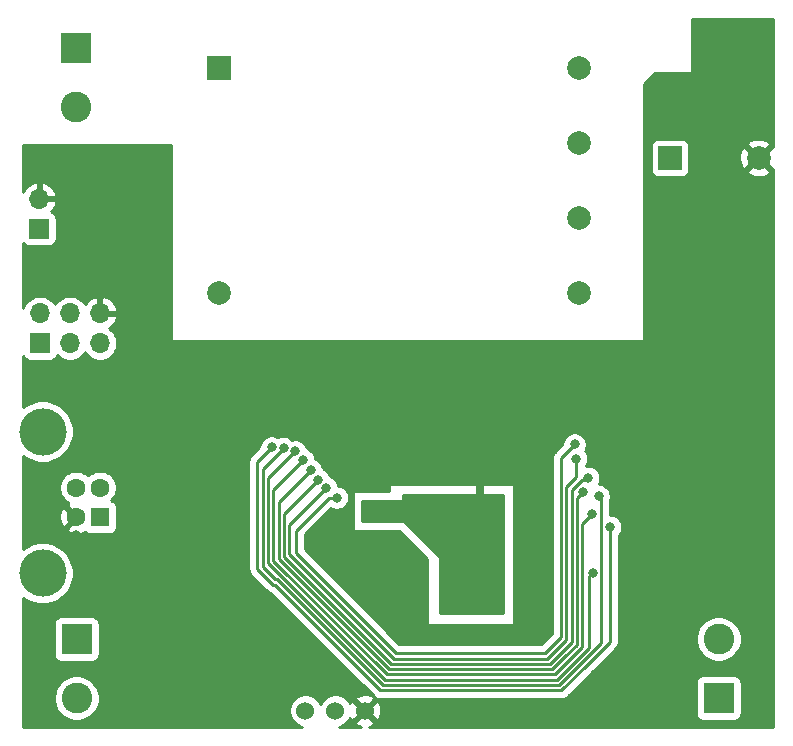
<source format=gbr>
%TF.GenerationSoftware,KiCad,Pcbnew,5.1.12-84ad8e8a86~92~ubuntu20.04.1*%
%TF.CreationDate,2021-12-14T21:30:58-06:00*%
%TF.ProjectId,Solder_Reflow_Oven_2.0,536f6c64-6572-45f5-9265-666c6f775f4f,rev?*%
%TF.SameCoordinates,Original*%
%TF.FileFunction,Copper,L2,Bot*%
%TF.FilePolarity,Positive*%
%FSLAX46Y46*%
G04 Gerber Fmt 4.6, Leading zero omitted, Abs format (unit mm)*
G04 Created by KiCad (PCBNEW 5.1.12-84ad8e8a86~92~ubuntu20.04.1) date 2021-12-14 21:30:58*
%MOMM*%
%LPD*%
G01*
G04 APERTURE LIST*
%TA.AperFunction,ComponentPad*%
%ADD10C,2.000000*%
%TD*%
%TA.AperFunction,ComponentPad*%
%ADD11R,2.000000X2.000000*%
%TD*%
%TA.AperFunction,ComponentPad*%
%ADD12C,2.600000*%
%TD*%
%TA.AperFunction,ComponentPad*%
%ADD13R,2.600000X2.600000*%
%TD*%
%TA.AperFunction,ComponentPad*%
%ADD14C,1.524000*%
%TD*%
%TA.AperFunction,ComponentPad*%
%ADD15R,1.700000X1.700000*%
%TD*%
%TA.AperFunction,ComponentPad*%
%ADD16O,1.700000X1.700000*%
%TD*%
%TA.AperFunction,ComponentPad*%
%ADD17R,1.600000X1.600000*%
%TD*%
%TA.AperFunction,ComponentPad*%
%ADD18C,1.600000*%
%TD*%
%TA.AperFunction,ComponentPad*%
%ADD19C,4.000000*%
%TD*%
%TA.AperFunction,ViaPad*%
%ADD20C,0.800000*%
%TD*%
%TA.AperFunction,Conductor*%
%ADD21C,0.250000*%
%TD*%
%TA.AperFunction,Conductor*%
%ADD22C,0.254000*%
%TD*%
%TA.AperFunction,Conductor*%
%ADD23C,0.100000*%
%TD*%
G04 APERTURE END LIST*
D10*
%TO.P,C10,2*%
%TO.N,VSS*%
X102305500Y-86042500D03*
D11*
%TO.P,C10,1*%
%TO.N,Net-(C10-Pad1)*%
X94805500Y-86042500D03*
%TD*%
D12*
%TO.P,J1,2*%
%TO.N,VDD_10*%
X98933000Y-126762500D03*
D13*
%TO.P,J1,1*%
%TO.N,Net-(J1-Pad1)*%
X98933000Y-131762500D03*
%TD*%
%TO.P,J3,1*%
%TO.N,/T-*%
X44577000Y-126784100D03*
D12*
%TO.P,J3,2*%
%TO.N,/T+*%
X44577000Y-131784100D03*
%TD*%
D13*
%TO.P,J6,1*%
%TO.N,Net-(J6-Pad1)*%
X44538900Y-76720700D03*
D12*
%TO.P,J6,2*%
%TO.N,Net-(J6-Pad2)*%
X44538900Y-81720700D03*
%TD*%
D11*
%TO.P,U6,1*%
%TO.N,Net-(J6-Pad1)*%
X56654700Y-78460600D03*
D10*
%TO.P,U6,4*%
%TO.N,Net-(J6-Pad2)*%
X56654700Y-97510600D03*
%TO.P,U6,5*%
%TO.N,Net-(U5-Pad3)*%
X87134700Y-78460600D03*
%TO.P,U6,6*%
%TO.N,Net-(U6-Pad6)*%
X87134700Y-84810600D03*
%TO.P,U6,7*%
X87134700Y-91160600D03*
%TO.P,U6,8*%
%TO.N,Net-(U5-Pad4)*%
X87134700Y-97510600D03*
%TD*%
D14*
%TO.P,U7,1*%
%TO.N,VDD_3.3*%
X63944500Y-132842000D03*
%TO.P,U7,2*%
%TO.N,Net-(D2-Pad2)*%
X66484500Y-132842000D03*
%TO.P,U7,3*%
%TO.N,VSS*%
X68961000Y-132842000D03*
%TD*%
D15*
%TO.P,J4,1*%
%TO.N,SPI1_MOSI*%
X41465500Y-101727000D03*
D16*
%TO.P,J4,2*%
%TO.N,VDD_3.3*%
X41465500Y-99187000D03*
%TO.P,J4,3*%
%TO.N,SPI1_MISO*%
X44005500Y-101727000D03*
%TO.P,J4,4*%
%TO.N,SPI_NSS*%
X44005500Y-99187000D03*
%TO.P,J4,5*%
%TO.N,SPI1_SCK*%
X46545500Y-101727000D03*
%TO.P,J4,6*%
%TO.N,VSS*%
X46545500Y-99187000D03*
%TD*%
D15*
%TO.P,J5,1*%
%TO.N,VDD_3.3*%
X41389300Y-92036900D03*
D16*
%TO.P,J5,2*%
%TO.N,VSS*%
X41389300Y-89496900D03*
%TD*%
D17*
%TO.P,J2,1*%
%TO.N,VDD_5*%
X46545500Y-116459000D03*
D18*
%TO.P,J2,2*%
%TO.N,USB_CONN-*%
X46545500Y-113959000D03*
%TO.P,J2,3*%
%TO.N,USB_CONN+*%
X44545500Y-113959000D03*
%TO.P,J2,4*%
%TO.N,VSS*%
X44545500Y-116459000D03*
D19*
%TO.P,J2,5*%
%TO.N,Net-(J2-Pad5)*%
X41685500Y-109209000D03*
X41685500Y-121209000D03*
%TD*%
D20*
%TO.N,VSS*%
X98552000Y-75184000D03*
X93599000Y-121793000D03*
X93599000Y-120713500D03*
X93218000Y-119570500D03*
X93218000Y-118173500D03*
X93281500Y-116713000D03*
X93281500Y-115316000D03*
X93408500Y-110363000D03*
X93408500Y-113665000D03*
X54546500Y-116522500D03*
X55943500Y-116522500D03*
X58356500Y-130365500D03*
X64452500Y-106553000D03*
X64452500Y-104394000D03*
X73088500Y-111887000D03*
X79883000Y-115697000D03*
X76073000Y-123507500D03*
X76644500Y-110617000D03*
X83502500Y-106045000D03*
X83502500Y-111125000D03*
X94170500Y-100901500D03*
X70421500Y-104394000D03*
X70421500Y-106489500D03*
X69659500Y-124142500D03*
X71818500Y-124142500D03*
X51752500Y-113220500D03*
X49403000Y-119380000D03*
X44513500Y-117983000D03*
X87693500Y-103124000D03*
X90360500Y-102489000D03*
X94107000Y-95821500D03*
X64401700Y-126822200D03*
X71767700Y-126085600D03*
X49364900Y-105384600D03*
X76631800Y-132689600D03*
X76301600Y-112318800D03*
%TO.N,LEDA*%
X66611500Y-114808000D03*
X86741000Y-110299500D03*
%TO.N,LEDK*%
X65722500Y-113982500D03*
X86868000Y-111506000D03*
%TO.N,DC*%
X62103000Y-110617000D03*
X88773000Y-114681000D03*
%TO.N,TE*%
X63064526Y-110891721D03*
X88265000Y-121158000D03*
%TO.N,~RES*%
X65015392Y-113275392D03*
X87883290Y-113128006D03*
%TO.N,~CS*%
X64389000Y-112458500D03*
X87407795Y-114331795D03*
%TO.N,RS*%
X63754000Y-111633000D03*
X88201500Y-116205000D03*
%TO.N,SDA*%
X61087000Y-110553500D03*
X89725500Y-117284500D03*
%TD*%
D21*
%TO.N,LEDA*%
X71592802Y-127977430D02*
X84238160Y-127977430D01*
X63119000Y-119503628D02*
X71592802Y-127977430D01*
X63119000Y-117602000D02*
X63119000Y-119503628D01*
X65913000Y-114808000D02*
X63119000Y-117602000D01*
X66611500Y-114808000D02*
X65913000Y-114808000D01*
X84238160Y-127977430D02*
X84676545Y-127539045D01*
X85575960Y-111464540D02*
X86741000Y-110299500D01*
X85575960Y-126639630D02*
X85575960Y-111464540D01*
X84676545Y-127539045D02*
X85575960Y-126639630D01*
%TO.N,LEDK*%
X71406402Y-128427440D02*
X84424560Y-128427440D01*
X62580560Y-119601598D02*
X71406402Y-128427440D01*
X62580560Y-117124440D02*
X62580560Y-119601598D01*
X65722500Y-113982500D02*
X62580560Y-117124440D01*
X84899500Y-127952500D02*
X85725000Y-127127000D01*
X84424560Y-128427440D02*
X84899500Y-127952500D01*
X85725000Y-127127000D02*
X86025970Y-126826030D01*
X86868000Y-113070294D02*
X86868000Y-111506000D01*
X86025970Y-113912324D02*
X86868000Y-113070294D01*
X86025970Y-126826030D02*
X86025970Y-113912324D01*
%TO.N,DC*%
X70474402Y-130677490D02*
X85411600Y-130677490D01*
X61400400Y-121723990D02*
X61520903Y-121723991D01*
X61520903Y-121723991D02*
X70474402Y-130677490D01*
X60330510Y-120654100D02*
X61400400Y-121723990D01*
X60330510Y-112389490D02*
X60330510Y-120654100D01*
X62103000Y-110617000D02*
X60330510Y-112389490D01*
X88101002Y-127988088D02*
X88518295Y-127570795D01*
X87946795Y-128142295D02*
X88101002Y-127988088D01*
X85411600Y-130677490D02*
X87946795Y-128142295D01*
X88772295Y-127316795D02*
X87946795Y-128142295D01*
X89000499Y-127088591D02*
X88772295Y-127316795D01*
X89000499Y-114908499D02*
X89000499Y-127088591D01*
X88773000Y-114681000D02*
X89000499Y-114908499D01*
%TO.N,TE*%
X63064526Y-110891721D02*
X60780520Y-113175727D01*
X60780520Y-113175727D02*
X60780520Y-120347198D01*
X60780520Y-120347198D02*
X70660802Y-130227480D01*
X70660802Y-130227480D02*
X85225200Y-130227480D01*
X86644340Y-128808340D02*
X87947500Y-127505180D01*
X85225200Y-130227480D02*
X86644340Y-128808340D01*
X87947500Y-121475500D02*
X88265000Y-121158000D01*
X87947500Y-127505180D02*
X87947500Y-121475500D01*
%TO.N,~RES*%
X71220002Y-128877450D02*
X84666000Y-128877450D01*
X62130550Y-119787998D02*
X71220002Y-128877450D01*
X62130550Y-116160234D02*
X62130550Y-119787998D01*
X65015392Y-113275392D02*
X62130550Y-116160234D01*
X84666000Y-128877450D02*
X85530975Y-128012475D01*
X86475980Y-127067470D02*
X86475980Y-114190608D01*
X87355500Y-113311088D02*
X87404970Y-113311088D01*
X85530975Y-128012475D02*
X86475980Y-127067470D01*
X86475980Y-114190608D02*
X87355500Y-113311088D01*
X87700208Y-113311088D02*
X87883290Y-113128006D01*
X87355500Y-113311088D02*
X87700208Y-113311088D01*
%TO.N,~CS*%
X71033602Y-129327460D02*
X84852400Y-129327460D01*
X61680540Y-119974398D02*
X71033602Y-129327460D01*
X61680540Y-115166960D02*
X61680540Y-119974398D01*
X64389000Y-112458500D02*
X61680540Y-115166960D01*
X85944430Y-128235430D02*
X86925990Y-127253870D01*
X84852400Y-129327460D02*
X85944430Y-128235430D01*
X86925990Y-127253870D02*
X86925990Y-114813600D01*
X86925990Y-114813600D02*
X87407795Y-114331795D01*
%TO.N,RS*%
X63754000Y-111633000D02*
X61230530Y-114156470D01*
X61230530Y-114156470D02*
X61230530Y-120160798D01*
X61230530Y-120160798D02*
X70847202Y-129777470D01*
X70847202Y-129777470D02*
X85038800Y-129777470D01*
X86453135Y-128363135D02*
X87376000Y-127440270D01*
X85038800Y-129777470D02*
X86453135Y-128363135D01*
X87376000Y-117030500D02*
X88201500Y-116205000D01*
X87376000Y-127440270D02*
X87376000Y-117030500D01*
%TO.N,SDA*%
X61334502Y-122174000D02*
X70288002Y-131127500D01*
X70288002Y-131127500D02*
X85598000Y-131127500D01*
X61214000Y-122174000D02*
X61334502Y-122174000D01*
X59880500Y-120840500D02*
X61214000Y-122174000D01*
X59880500Y-111760000D02*
X59880500Y-120840500D01*
X61087000Y-110553500D02*
X59880500Y-111760000D01*
X85598000Y-131127500D02*
X87757000Y-128968500D01*
X87757000Y-128968500D02*
X88296750Y-128428750D01*
X88296750Y-128428750D02*
X88551011Y-128174489D01*
X88551011Y-128174489D02*
X89725500Y-127000000D01*
X89725500Y-127000000D02*
X89725500Y-117284500D01*
%TD*%
D22*
%TO.N,VSS*%
X103543500Y-85123848D02*
X103440913Y-85086692D01*
X102485105Y-86042500D01*
X103440913Y-86998308D01*
X103543500Y-86961152D01*
X103543501Y-134201300D01*
X69309634Y-134201300D01*
X69564023Y-134109636D01*
X69679980Y-134047656D01*
X69746960Y-133807565D01*
X68961000Y-133021605D01*
X68175040Y-133807565D01*
X68242020Y-134047656D01*
X68491048Y-134164756D01*
X68638337Y-134201300D01*
X66811623Y-134201300D01*
X66891990Y-134185314D01*
X67146227Y-134080005D01*
X67375035Y-133927120D01*
X67569620Y-133732535D01*
X67722505Y-133503727D01*
X67723482Y-133501369D01*
X67755344Y-133560980D01*
X67995435Y-133627960D01*
X68781395Y-132842000D01*
X69140605Y-132842000D01*
X69926565Y-133627960D01*
X70166656Y-133560980D01*
X70283756Y-133311952D01*
X70350023Y-133044865D01*
X70362910Y-132769983D01*
X70321922Y-132497867D01*
X70228636Y-132238977D01*
X70166656Y-132123020D01*
X69926565Y-132056040D01*
X69140605Y-132842000D01*
X68781395Y-132842000D01*
X67995435Y-132056040D01*
X67755344Y-132123020D01*
X67725276Y-132186963D01*
X67722505Y-132180273D01*
X67569620Y-131951465D01*
X67494590Y-131876435D01*
X68175040Y-131876435D01*
X68961000Y-132662395D01*
X69746960Y-131876435D01*
X69679980Y-131636344D01*
X69430952Y-131519244D01*
X69163865Y-131452977D01*
X68888983Y-131440090D01*
X68616867Y-131481078D01*
X68357977Y-131574364D01*
X68242020Y-131636344D01*
X68175040Y-131876435D01*
X67494590Y-131876435D01*
X67375035Y-131756880D01*
X67146227Y-131603995D01*
X66891990Y-131498686D01*
X66622092Y-131445000D01*
X66346908Y-131445000D01*
X66077010Y-131498686D01*
X65822773Y-131603995D01*
X65593965Y-131756880D01*
X65399380Y-131951465D01*
X65246495Y-132180273D01*
X65214500Y-132257515D01*
X65182505Y-132180273D01*
X65029620Y-131951465D01*
X64835035Y-131756880D01*
X64606227Y-131603995D01*
X64351990Y-131498686D01*
X64082092Y-131445000D01*
X63806908Y-131445000D01*
X63537010Y-131498686D01*
X63282773Y-131603995D01*
X63053965Y-131756880D01*
X62859380Y-131951465D01*
X62706495Y-132180273D01*
X62601186Y-132434510D01*
X62547500Y-132704408D01*
X62547500Y-132979592D01*
X62601186Y-133249490D01*
X62706495Y-133503727D01*
X62859380Y-133732535D01*
X63053965Y-133927120D01*
X63282773Y-134080005D01*
X63537010Y-134185314D01*
X63617377Y-134201300D01*
X40042700Y-134201300D01*
X40042700Y-131593519D01*
X42642000Y-131593519D01*
X42642000Y-131974681D01*
X42716361Y-132348519D01*
X42862225Y-132700666D01*
X43073987Y-133017591D01*
X43343509Y-133287113D01*
X43660434Y-133498875D01*
X44012581Y-133644739D01*
X44386419Y-133719100D01*
X44767581Y-133719100D01*
X45141419Y-133644739D01*
X45493566Y-133498875D01*
X45810491Y-133287113D01*
X46080013Y-133017591D01*
X46291775Y-132700666D01*
X46437639Y-132348519D01*
X46512000Y-131974681D01*
X46512000Y-131593519D01*
X46437639Y-131219681D01*
X46291775Y-130867534D01*
X46080013Y-130550609D01*
X45810491Y-130281087D01*
X45493566Y-130069325D01*
X45141419Y-129923461D01*
X44767581Y-129849100D01*
X44386419Y-129849100D01*
X44012581Y-129923461D01*
X43660434Y-130069325D01*
X43343509Y-130281087D01*
X43073987Y-130550609D01*
X42862225Y-130867534D01*
X42716361Y-131219681D01*
X42642000Y-131593519D01*
X40042700Y-131593519D01*
X40042700Y-125484100D01*
X42638928Y-125484100D01*
X42638928Y-128084100D01*
X42651188Y-128208582D01*
X42687498Y-128328280D01*
X42746463Y-128438594D01*
X42825815Y-128535285D01*
X42922506Y-128614637D01*
X43032820Y-128673602D01*
X43152518Y-128709912D01*
X43277000Y-128722172D01*
X45877000Y-128722172D01*
X46001482Y-128709912D01*
X46121180Y-128673602D01*
X46231494Y-128614637D01*
X46328185Y-128535285D01*
X46407537Y-128438594D01*
X46466502Y-128328280D01*
X46502812Y-128208582D01*
X46515072Y-128084100D01*
X46515072Y-125484100D01*
X46502812Y-125359618D01*
X46466502Y-125239920D01*
X46407537Y-125129606D01*
X46328185Y-125032915D01*
X46231494Y-124953563D01*
X46121180Y-124894598D01*
X46001482Y-124858288D01*
X45877000Y-124846028D01*
X43277000Y-124846028D01*
X43152518Y-124858288D01*
X43032820Y-124894598D01*
X42922506Y-124953563D01*
X42825815Y-125032915D01*
X42746463Y-125129606D01*
X42687498Y-125239920D01*
X42651188Y-125359618D01*
X42638928Y-125484100D01*
X40042700Y-125484100D01*
X40042700Y-123280404D01*
X40437359Y-123544107D01*
X40916899Y-123742739D01*
X41425975Y-123844000D01*
X41945025Y-123844000D01*
X42454101Y-123742739D01*
X42933641Y-123544107D01*
X43365215Y-123255738D01*
X43732238Y-122888715D01*
X44020607Y-122457141D01*
X44219239Y-121977601D01*
X44320500Y-121468525D01*
X44320500Y-120949475D01*
X44219239Y-120440399D01*
X44020607Y-119960859D01*
X43732238Y-119529285D01*
X43365215Y-119162262D01*
X42933641Y-118873893D01*
X42454101Y-118675261D01*
X41945025Y-118574000D01*
X41425975Y-118574000D01*
X40916899Y-118675261D01*
X40437359Y-118873893D01*
X40042700Y-119137596D01*
X40042700Y-116529512D01*
X43105283Y-116529512D01*
X43146713Y-116809130D01*
X43241897Y-117075292D01*
X43308829Y-117200514D01*
X43552798Y-117272097D01*
X44365895Y-116459000D01*
X43552798Y-115645903D01*
X43308829Y-115717486D01*
X43187929Y-115972996D01*
X43119200Y-116247184D01*
X43105283Y-116529512D01*
X40042700Y-116529512D01*
X40042700Y-113817665D01*
X43110500Y-113817665D01*
X43110500Y-114100335D01*
X43165647Y-114377574D01*
X43273820Y-114638727D01*
X43430863Y-114873759D01*
X43630741Y-115073637D01*
X43831369Y-115207692D01*
X43803986Y-115222329D01*
X43732403Y-115466298D01*
X44545500Y-116279395D01*
X44559643Y-116265253D01*
X44739248Y-116444858D01*
X44725105Y-116459000D01*
X44739248Y-116473143D01*
X44559643Y-116652748D01*
X44545500Y-116638605D01*
X43732403Y-117451702D01*
X43803986Y-117695671D01*
X44059496Y-117816571D01*
X44333684Y-117885300D01*
X44616012Y-117899217D01*
X44895630Y-117857787D01*
X45161792Y-117762603D01*
X45283809Y-117697384D01*
X45294315Y-117710185D01*
X45391006Y-117789537D01*
X45501320Y-117848502D01*
X45621018Y-117884812D01*
X45745500Y-117897072D01*
X47345500Y-117897072D01*
X47469982Y-117884812D01*
X47589680Y-117848502D01*
X47699994Y-117789537D01*
X47796685Y-117710185D01*
X47876037Y-117613494D01*
X47935002Y-117503180D01*
X47971312Y-117383482D01*
X47983572Y-117259000D01*
X47983572Y-115659000D01*
X47971312Y-115534518D01*
X47935002Y-115414820D01*
X47876037Y-115304506D01*
X47796685Y-115207815D01*
X47699994Y-115128463D01*
X47589680Y-115069498D01*
X47493557Y-115040339D01*
X47660137Y-114873759D01*
X47817180Y-114638727D01*
X47925353Y-114377574D01*
X47980500Y-114100335D01*
X47980500Y-113817665D01*
X47925353Y-113540426D01*
X47817180Y-113279273D01*
X47660137Y-113044241D01*
X47460259Y-112844363D01*
X47225227Y-112687320D01*
X46964074Y-112579147D01*
X46686835Y-112524000D01*
X46404165Y-112524000D01*
X46126926Y-112579147D01*
X45865773Y-112687320D01*
X45630741Y-112844363D01*
X45545500Y-112929604D01*
X45460259Y-112844363D01*
X45225227Y-112687320D01*
X44964074Y-112579147D01*
X44686835Y-112524000D01*
X44404165Y-112524000D01*
X44126926Y-112579147D01*
X43865773Y-112687320D01*
X43630741Y-112844363D01*
X43430863Y-113044241D01*
X43273820Y-113279273D01*
X43165647Y-113540426D01*
X43110500Y-113817665D01*
X40042700Y-113817665D01*
X40042700Y-111280404D01*
X40437359Y-111544107D01*
X40916899Y-111742739D01*
X41425975Y-111844000D01*
X41945025Y-111844000D01*
X42367323Y-111760000D01*
X59116824Y-111760000D01*
X59120500Y-111797322D01*
X59120501Y-120803168D01*
X59116824Y-120840500D01*
X59120501Y-120877833D01*
X59131498Y-120989486D01*
X59140283Y-121018448D01*
X59174954Y-121132746D01*
X59245526Y-121264776D01*
X59316701Y-121351502D01*
X59340500Y-121380501D01*
X59369498Y-121404299D01*
X60650200Y-122685002D01*
X60673999Y-122714001D01*
X60789724Y-122808974D01*
X60921753Y-122879546D01*
X60984185Y-122898484D01*
X69724203Y-131638503D01*
X69748001Y-131667501D01*
X69776999Y-131691299D01*
X69863725Y-131762474D01*
X69995755Y-131833046D01*
X70139016Y-131876503D01*
X70250669Y-131887500D01*
X70250678Y-131887500D01*
X70288001Y-131891176D01*
X70325324Y-131887500D01*
X85560678Y-131887500D01*
X85598000Y-131891176D01*
X85635322Y-131887500D01*
X85635333Y-131887500D01*
X85746986Y-131876503D01*
X85890247Y-131833046D01*
X86022276Y-131762474D01*
X86138001Y-131667501D01*
X86161804Y-131638497D01*
X87337801Y-130462500D01*
X96994928Y-130462500D01*
X96994928Y-133062500D01*
X97007188Y-133186982D01*
X97043498Y-133306680D01*
X97102463Y-133416994D01*
X97181815Y-133513685D01*
X97278506Y-133593037D01*
X97388820Y-133652002D01*
X97508518Y-133688312D01*
X97633000Y-133700572D01*
X100233000Y-133700572D01*
X100357482Y-133688312D01*
X100477180Y-133652002D01*
X100587494Y-133593037D01*
X100684185Y-133513685D01*
X100763537Y-133416994D01*
X100822502Y-133306680D01*
X100858812Y-133186982D01*
X100871072Y-133062500D01*
X100871072Y-130462500D01*
X100858812Y-130338018D01*
X100822502Y-130218320D01*
X100763537Y-130108006D01*
X100684185Y-130011315D01*
X100587494Y-129931963D01*
X100477180Y-129872998D01*
X100357482Y-129836688D01*
X100233000Y-129824428D01*
X97633000Y-129824428D01*
X97508518Y-129836688D01*
X97388820Y-129872998D01*
X97278506Y-129931963D01*
X97181815Y-130011315D01*
X97102463Y-130108006D01*
X97043498Y-130218320D01*
X97007188Y-130338018D01*
X96994928Y-130462500D01*
X87337801Y-130462500D01*
X88320799Y-129479503D01*
X88320803Y-129479498D01*
X88860549Y-128939753D01*
X88860554Y-128939747D01*
X89114810Y-128685491D01*
X90236504Y-127563798D01*
X90265501Y-127540001D01*
X90360474Y-127424276D01*
X90431046Y-127292247D01*
X90474503Y-127148986D01*
X90485500Y-127037333D01*
X90485500Y-127037324D01*
X90489176Y-127000001D01*
X90485500Y-126962678D01*
X90485500Y-126571919D01*
X96998000Y-126571919D01*
X96998000Y-126953081D01*
X97072361Y-127326919D01*
X97218225Y-127679066D01*
X97429987Y-127995991D01*
X97699509Y-128265513D01*
X98016434Y-128477275D01*
X98368581Y-128623139D01*
X98742419Y-128697500D01*
X99123581Y-128697500D01*
X99497419Y-128623139D01*
X99849566Y-128477275D01*
X100166491Y-128265513D01*
X100436013Y-127995991D01*
X100647775Y-127679066D01*
X100793639Y-127326919D01*
X100868000Y-126953081D01*
X100868000Y-126571919D01*
X100793639Y-126198081D01*
X100647775Y-125845934D01*
X100436013Y-125529009D01*
X100166491Y-125259487D01*
X99849566Y-125047725D01*
X99497419Y-124901861D01*
X99123581Y-124827500D01*
X98742419Y-124827500D01*
X98368581Y-124901861D01*
X98016434Y-125047725D01*
X97699509Y-125259487D01*
X97429987Y-125529009D01*
X97218225Y-125845934D01*
X97072361Y-126198081D01*
X96998000Y-126571919D01*
X90485500Y-126571919D01*
X90485500Y-117988211D01*
X90529437Y-117944274D01*
X90642705Y-117774756D01*
X90720726Y-117586398D01*
X90760500Y-117386439D01*
X90760500Y-117182561D01*
X90720726Y-116982602D01*
X90642705Y-116794244D01*
X90529437Y-116624726D01*
X90385274Y-116480563D01*
X90215756Y-116367295D01*
X90027398Y-116289274D01*
X89827439Y-116249500D01*
X89760499Y-116249500D01*
X89760499Y-115001552D01*
X89768226Y-114982898D01*
X89808000Y-114782939D01*
X89808000Y-114579061D01*
X89768226Y-114379102D01*
X89690205Y-114190744D01*
X89576937Y-114021226D01*
X89432774Y-113877063D01*
X89263256Y-113763795D01*
X89074898Y-113685774D01*
X88874939Y-113646000D01*
X88781961Y-113646000D01*
X88800495Y-113618262D01*
X88878516Y-113429904D01*
X88918290Y-113229945D01*
X88918290Y-113026067D01*
X88878516Y-112826108D01*
X88800495Y-112637750D01*
X88687227Y-112468232D01*
X88543064Y-112324069D01*
X88373546Y-112210801D01*
X88185188Y-112132780D01*
X87985229Y-112093006D01*
X87781351Y-112093006D01*
X87711241Y-112106952D01*
X87785205Y-111996256D01*
X87863226Y-111807898D01*
X87903000Y-111607939D01*
X87903000Y-111404061D01*
X87863226Y-111204102D01*
X87785205Y-111015744D01*
X87671937Y-110846226D01*
X87641087Y-110815376D01*
X87658205Y-110789756D01*
X87736226Y-110601398D01*
X87776000Y-110401439D01*
X87776000Y-110197561D01*
X87736226Y-109997602D01*
X87658205Y-109809244D01*
X87544937Y-109639726D01*
X87400774Y-109495563D01*
X87231256Y-109382295D01*
X87042898Y-109304274D01*
X86842939Y-109264500D01*
X86639061Y-109264500D01*
X86439102Y-109304274D01*
X86250744Y-109382295D01*
X86081226Y-109495563D01*
X85937063Y-109639726D01*
X85823795Y-109809244D01*
X85745774Y-109997602D01*
X85706000Y-110197561D01*
X85706000Y-110259698D01*
X85064958Y-110900741D01*
X85035960Y-110924539D01*
X85012162Y-110953537D01*
X85012161Y-110953538D01*
X84940986Y-111040264D01*
X84870414Y-111172294D01*
X84847147Y-111248998D01*
X84826958Y-111315554D01*
X84822833Y-111357437D01*
X84812284Y-111464540D01*
X84815961Y-111501873D01*
X84815960Y-126324828D01*
X84165543Y-126975246D01*
X83923359Y-127217430D01*
X71907604Y-127217430D01*
X63879000Y-119188827D01*
X63879000Y-117916801D01*
X66090883Y-115704919D01*
X66121244Y-115725205D01*
X66309602Y-115803226D01*
X66509561Y-115843000D01*
X66713439Y-115843000D01*
X66913398Y-115803226D01*
X67101756Y-115725205D01*
X67271274Y-115611937D01*
X67415437Y-115467774D01*
X67528705Y-115298256D01*
X67606726Y-115109898D01*
X67646500Y-114909939D01*
X67646500Y-114706061D01*
X67606726Y-114506102D01*
X67547658Y-114363500D01*
X67945000Y-114363500D01*
X67945000Y-117538500D01*
X67947440Y-117563276D01*
X67954667Y-117587101D01*
X67966403Y-117609057D01*
X67982197Y-117628303D01*
X68001443Y-117644097D01*
X68023399Y-117655833D01*
X68047224Y-117663060D01*
X68072000Y-117665500D01*
X71892894Y-117665500D01*
X74231500Y-120004106D01*
X74231500Y-125476000D01*
X74233940Y-125500776D01*
X74241167Y-125524601D01*
X74252903Y-125546557D01*
X74268697Y-125565803D01*
X74287943Y-125581597D01*
X74309899Y-125593333D01*
X74333724Y-125600560D01*
X74358500Y-125603000D01*
X81470500Y-125603000D01*
X81495276Y-125600560D01*
X81519101Y-125593333D01*
X81541057Y-125581597D01*
X81560303Y-125565803D01*
X81576097Y-125546557D01*
X81587833Y-125524601D01*
X81595060Y-125500776D01*
X81597500Y-125476000D01*
X81597500Y-113792000D01*
X81595060Y-113767224D01*
X81587833Y-113743399D01*
X81576097Y-113721443D01*
X81560303Y-113702197D01*
X81541057Y-113686403D01*
X81519101Y-113674667D01*
X81495276Y-113667440D01*
X81470500Y-113665000D01*
X79057500Y-113665000D01*
X79032724Y-113667440D01*
X79008899Y-113674667D01*
X78986943Y-113686403D01*
X78967697Y-113702197D01*
X78951903Y-113721443D01*
X78940167Y-113743399D01*
X78932940Y-113767224D01*
X78930500Y-113792000D01*
X78930500Y-114490500D01*
X78932940Y-114515276D01*
X78940167Y-114539101D01*
X78951903Y-114561057D01*
X78967697Y-114580303D01*
X78986943Y-114596097D01*
X79008899Y-114607833D01*
X79032724Y-114615060D01*
X79057500Y-114617500D01*
X80708500Y-114617500D01*
X80708500Y-124587000D01*
X75374500Y-124587000D01*
X75374500Y-119951500D01*
X75372060Y-119926724D01*
X75364833Y-119902899D01*
X75353097Y-119880943D01*
X75337303Y-119861697D01*
X72289303Y-116813697D01*
X72270057Y-116797903D01*
X72248101Y-116786167D01*
X72224276Y-116778940D01*
X72199500Y-116776500D01*
X68770500Y-116776500D01*
X68770500Y-115062000D01*
X72072500Y-115062000D01*
X72097276Y-115059560D01*
X72121101Y-115052333D01*
X72143057Y-115040597D01*
X72162303Y-115024803D01*
X72178097Y-115005557D01*
X72189833Y-114983601D01*
X72197060Y-114959776D01*
X72199500Y-114935000D01*
X72199500Y-114617500D01*
X78359000Y-114617500D01*
X78383776Y-114615060D01*
X78407601Y-114607833D01*
X78429557Y-114596097D01*
X78448803Y-114580303D01*
X78464597Y-114561057D01*
X78476333Y-114539101D01*
X78483560Y-114515276D01*
X78486000Y-114490500D01*
X78486000Y-113792000D01*
X78483560Y-113767224D01*
X78476333Y-113743399D01*
X78464597Y-113721443D01*
X78448803Y-113702197D01*
X78429557Y-113686403D01*
X78407601Y-113674667D01*
X78383776Y-113667440D01*
X78359000Y-113665000D01*
X71183500Y-113665000D01*
X71158724Y-113667440D01*
X71134899Y-113674667D01*
X71112943Y-113686403D01*
X71093697Y-113702197D01*
X71077903Y-113721443D01*
X71066167Y-113743399D01*
X71058940Y-113767224D01*
X71056500Y-113792000D01*
X71056500Y-114236500D01*
X68072000Y-114236500D01*
X68047224Y-114238940D01*
X68023399Y-114246167D01*
X68001443Y-114257903D01*
X67982197Y-114273697D01*
X67966403Y-114292943D01*
X67954667Y-114314899D01*
X67947440Y-114338724D01*
X67945000Y-114363500D01*
X67547658Y-114363500D01*
X67528705Y-114317744D01*
X67415437Y-114148226D01*
X67271274Y-114004063D01*
X67101756Y-113890795D01*
X66913398Y-113812774D01*
X66737039Y-113777694D01*
X66717726Y-113680602D01*
X66639705Y-113492244D01*
X66526437Y-113322726D01*
X66382274Y-113178563D01*
X66212756Y-113065295D01*
X66024398Y-112987274D01*
X66012904Y-112984988D01*
X66010618Y-112973494D01*
X65932597Y-112785136D01*
X65819329Y-112615618D01*
X65675166Y-112471455D01*
X65505648Y-112358187D01*
X65417021Y-112321476D01*
X65384226Y-112156602D01*
X65306205Y-111968244D01*
X65192937Y-111798726D01*
X65048774Y-111654563D01*
X64879256Y-111541295D01*
X64783114Y-111501472D01*
X64749226Y-111331102D01*
X64671205Y-111142744D01*
X64557937Y-110973226D01*
X64413774Y-110829063D01*
X64244256Y-110715795D01*
X64070492Y-110643819D01*
X64059752Y-110589823D01*
X63981731Y-110401465D01*
X63868463Y-110231947D01*
X63724300Y-110087784D01*
X63554782Y-109974516D01*
X63366424Y-109896495D01*
X63166465Y-109856721D01*
X62962587Y-109856721D01*
X62832340Y-109882629D01*
X62762774Y-109813063D01*
X62593256Y-109699795D01*
X62404898Y-109621774D01*
X62204939Y-109582000D01*
X62001061Y-109582000D01*
X61801102Y-109621774D01*
X61649503Y-109684569D01*
X61577256Y-109636295D01*
X61388898Y-109558274D01*
X61188939Y-109518500D01*
X60985061Y-109518500D01*
X60785102Y-109558274D01*
X60596744Y-109636295D01*
X60427226Y-109749563D01*
X60283063Y-109893726D01*
X60169795Y-110063244D01*
X60091774Y-110251602D01*
X60052000Y-110451561D01*
X60052000Y-110513698D01*
X59369503Y-111196196D01*
X59340499Y-111219999D01*
X59285371Y-111287174D01*
X59245526Y-111335724D01*
X59196627Y-111427207D01*
X59174954Y-111467754D01*
X59131497Y-111611015D01*
X59120500Y-111722668D01*
X59120500Y-111722678D01*
X59116824Y-111760000D01*
X42367323Y-111760000D01*
X42454101Y-111742739D01*
X42933641Y-111544107D01*
X43365215Y-111255738D01*
X43732238Y-110888715D01*
X44020607Y-110457141D01*
X44219239Y-109977601D01*
X44320500Y-109468525D01*
X44320500Y-108949475D01*
X44219239Y-108440399D01*
X44020607Y-107960859D01*
X43732238Y-107529285D01*
X43365215Y-107162262D01*
X42933641Y-106873893D01*
X42454101Y-106675261D01*
X41945025Y-106574000D01*
X41425975Y-106574000D01*
X40916899Y-106675261D01*
X40437359Y-106873893D01*
X40042700Y-107137596D01*
X40042700Y-102852427D01*
X40084963Y-102931494D01*
X40164315Y-103028185D01*
X40261006Y-103107537D01*
X40371320Y-103166502D01*
X40491018Y-103202812D01*
X40615500Y-103215072D01*
X42315500Y-103215072D01*
X42439982Y-103202812D01*
X42559680Y-103166502D01*
X42669994Y-103107537D01*
X42766685Y-103028185D01*
X42846037Y-102931494D01*
X42905002Y-102821180D01*
X42927013Y-102748620D01*
X43058868Y-102880475D01*
X43302089Y-103042990D01*
X43572342Y-103154932D01*
X43859240Y-103212000D01*
X44151760Y-103212000D01*
X44438658Y-103154932D01*
X44708911Y-103042990D01*
X44952132Y-102880475D01*
X45158975Y-102673632D01*
X45275500Y-102499240D01*
X45392025Y-102673632D01*
X45598868Y-102880475D01*
X45842089Y-103042990D01*
X46112342Y-103154932D01*
X46399240Y-103212000D01*
X46691760Y-103212000D01*
X46978658Y-103154932D01*
X47248911Y-103042990D01*
X47492132Y-102880475D01*
X47698975Y-102673632D01*
X47861490Y-102430411D01*
X47973432Y-102160158D01*
X48030500Y-101873260D01*
X48030500Y-101580740D01*
X47973432Y-101293842D01*
X47861490Y-101023589D01*
X47698975Y-100780368D01*
X47492132Y-100573525D01*
X47316094Y-100455900D01*
X47545769Y-100284588D01*
X47740678Y-100068355D01*
X47889657Y-99818252D01*
X47986981Y-99543891D01*
X47866314Y-99314000D01*
X46672500Y-99314000D01*
X46672500Y-99334000D01*
X46418500Y-99334000D01*
X46418500Y-99314000D01*
X46398500Y-99314000D01*
X46398500Y-99060000D01*
X46418500Y-99060000D01*
X46418500Y-97866845D01*
X46672500Y-97866845D01*
X46672500Y-99060000D01*
X47866314Y-99060000D01*
X47986981Y-98830109D01*
X47889657Y-98555748D01*
X47740678Y-98305645D01*
X47545769Y-98089412D01*
X47312420Y-97915359D01*
X47049599Y-97790175D01*
X46902390Y-97745524D01*
X46672500Y-97866845D01*
X46418500Y-97866845D01*
X46188610Y-97745524D01*
X46041401Y-97790175D01*
X45778580Y-97915359D01*
X45545231Y-98089412D01*
X45350322Y-98305645D01*
X45280695Y-98422534D01*
X45158975Y-98240368D01*
X44952132Y-98033525D01*
X44708911Y-97871010D01*
X44438658Y-97759068D01*
X44151760Y-97702000D01*
X43859240Y-97702000D01*
X43572342Y-97759068D01*
X43302089Y-97871010D01*
X43058868Y-98033525D01*
X42852025Y-98240368D01*
X42735500Y-98414760D01*
X42618975Y-98240368D01*
X42412132Y-98033525D01*
X42168911Y-97871010D01*
X41898658Y-97759068D01*
X41611760Y-97702000D01*
X41319240Y-97702000D01*
X41032342Y-97759068D01*
X40762089Y-97871010D01*
X40518868Y-98033525D01*
X40312025Y-98240368D01*
X40149510Y-98483589D01*
X40042700Y-98741452D01*
X40042700Y-93282746D01*
X40088115Y-93338085D01*
X40184806Y-93417437D01*
X40295120Y-93476402D01*
X40414818Y-93512712D01*
X40539300Y-93524972D01*
X42239300Y-93524972D01*
X42363782Y-93512712D01*
X42483480Y-93476402D01*
X42593794Y-93417437D01*
X42690485Y-93338085D01*
X42769837Y-93241394D01*
X42828802Y-93131080D01*
X42865112Y-93011382D01*
X42877372Y-92886900D01*
X42877372Y-91186900D01*
X42865112Y-91062418D01*
X42828802Y-90942720D01*
X42769837Y-90832406D01*
X42690485Y-90735715D01*
X42593794Y-90656363D01*
X42483480Y-90597398D01*
X42402834Y-90572934D01*
X42486888Y-90497169D01*
X42660941Y-90263820D01*
X42786125Y-90000999D01*
X42830776Y-89853790D01*
X42709455Y-89623900D01*
X41516300Y-89623900D01*
X41516300Y-89643900D01*
X41262300Y-89643900D01*
X41262300Y-89623900D01*
X41242300Y-89623900D01*
X41242300Y-89369900D01*
X41262300Y-89369900D01*
X41262300Y-88176086D01*
X41516300Y-88176086D01*
X41516300Y-89369900D01*
X42709455Y-89369900D01*
X42830776Y-89140010D01*
X42786125Y-88992801D01*
X42660941Y-88729980D01*
X42486888Y-88496631D01*
X42270655Y-88301722D01*
X42020552Y-88152743D01*
X41746191Y-88055419D01*
X41516300Y-88176086D01*
X41262300Y-88176086D01*
X41032409Y-88055419D01*
X40758048Y-88152743D01*
X40507945Y-88301722D01*
X40291712Y-88496631D01*
X40117659Y-88729980D01*
X40042700Y-88887355D01*
X40042700Y-84950300D01*
X52594304Y-84950300D01*
X52594304Y-101422200D01*
X52596744Y-101446976D01*
X52603971Y-101470801D01*
X52615707Y-101492757D01*
X52631501Y-101512003D01*
X52650747Y-101527797D01*
X52672703Y-101539533D01*
X52696528Y-101546760D01*
X52721304Y-101549200D01*
X92456000Y-101549200D01*
X92480776Y-101546760D01*
X92504601Y-101539533D01*
X92526557Y-101527797D01*
X92545803Y-101512003D01*
X92561597Y-101492757D01*
X92573333Y-101470801D01*
X92580560Y-101446976D01*
X92583000Y-101422200D01*
X92583000Y-85042500D01*
X93167428Y-85042500D01*
X93167428Y-87042500D01*
X93179688Y-87166982D01*
X93215998Y-87286680D01*
X93274963Y-87396994D01*
X93354315Y-87493685D01*
X93451006Y-87573037D01*
X93561320Y-87632002D01*
X93681018Y-87668312D01*
X93805500Y-87680572D01*
X95805500Y-87680572D01*
X95929982Y-87668312D01*
X96049680Y-87632002D01*
X96159994Y-87573037D01*
X96256685Y-87493685D01*
X96336037Y-87396994D01*
X96395002Y-87286680D01*
X96427996Y-87177913D01*
X101349692Y-87177913D01*
X101445456Y-87442314D01*
X101735071Y-87583204D01*
X102046608Y-87664884D01*
X102368095Y-87684218D01*
X102687175Y-87640461D01*
X102991588Y-87535295D01*
X103165544Y-87442314D01*
X103261308Y-87177913D01*
X102305500Y-86222105D01*
X101349692Y-87177913D01*
X96427996Y-87177913D01*
X96431312Y-87166982D01*
X96443572Y-87042500D01*
X96443572Y-86105095D01*
X100663782Y-86105095D01*
X100707539Y-86424175D01*
X100812705Y-86728588D01*
X100905686Y-86902544D01*
X101170087Y-86998308D01*
X102125895Y-86042500D01*
X101170087Y-85086692D01*
X100905686Y-85182456D01*
X100764796Y-85472071D01*
X100683116Y-85783608D01*
X100663782Y-86105095D01*
X96443572Y-86105095D01*
X96443572Y-85042500D01*
X96431312Y-84918018D01*
X96427997Y-84907087D01*
X101349692Y-84907087D01*
X102305500Y-85862895D01*
X103261308Y-84907087D01*
X103165544Y-84642686D01*
X102875929Y-84501796D01*
X102564392Y-84420116D01*
X102242905Y-84400782D01*
X101923825Y-84444539D01*
X101619412Y-84549705D01*
X101445456Y-84642686D01*
X101349692Y-84907087D01*
X96427997Y-84907087D01*
X96395002Y-84798320D01*
X96336037Y-84688006D01*
X96256685Y-84591315D01*
X96159994Y-84511963D01*
X96049680Y-84452998D01*
X95929982Y-84416688D01*
X95805500Y-84404428D01*
X93805500Y-84404428D01*
X93681018Y-84416688D01*
X93561320Y-84452998D01*
X93451006Y-84511963D01*
X93354315Y-84591315D01*
X93274963Y-84688006D01*
X93215998Y-84798320D01*
X93179688Y-84918018D01*
X93167428Y-85042500D01*
X92583000Y-85042500D01*
X92583000Y-79808606D01*
X93524606Y-78867000D01*
X96520000Y-78867000D01*
X96544776Y-78864560D01*
X96568601Y-78857333D01*
X96590557Y-78845597D01*
X96609803Y-78829803D01*
X96625597Y-78810557D01*
X96637333Y-78788601D01*
X96644560Y-78764776D01*
X96647000Y-78740000D01*
X96647000Y-74320000D01*
X103543500Y-74320000D01*
X103543500Y-85123848D01*
%TA.AperFunction,Conductor*%
D23*
G36*
X103543500Y-85123848D02*
G01*
X103440913Y-85086692D01*
X102485105Y-86042500D01*
X103440913Y-86998308D01*
X103543500Y-86961152D01*
X103543501Y-134201300D01*
X69309634Y-134201300D01*
X69564023Y-134109636D01*
X69679980Y-134047656D01*
X69746960Y-133807565D01*
X68961000Y-133021605D01*
X68175040Y-133807565D01*
X68242020Y-134047656D01*
X68491048Y-134164756D01*
X68638337Y-134201300D01*
X66811623Y-134201300D01*
X66891990Y-134185314D01*
X67146227Y-134080005D01*
X67375035Y-133927120D01*
X67569620Y-133732535D01*
X67722505Y-133503727D01*
X67723482Y-133501369D01*
X67755344Y-133560980D01*
X67995435Y-133627960D01*
X68781395Y-132842000D01*
X69140605Y-132842000D01*
X69926565Y-133627960D01*
X70166656Y-133560980D01*
X70283756Y-133311952D01*
X70350023Y-133044865D01*
X70362910Y-132769983D01*
X70321922Y-132497867D01*
X70228636Y-132238977D01*
X70166656Y-132123020D01*
X69926565Y-132056040D01*
X69140605Y-132842000D01*
X68781395Y-132842000D01*
X67995435Y-132056040D01*
X67755344Y-132123020D01*
X67725276Y-132186963D01*
X67722505Y-132180273D01*
X67569620Y-131951465D01*
X67494590Y-131876435D01*
X68175040Y-131876435D01*
X68961000Y-132662395D01*
X69746960Y-131876435D01*
X69679980Y-131636344D01*
X69430952Y-131519244D01*
X69163865Y-131452977D01*
X68888983Y-131440090D01*
X68616867Y-131481078D01*
X68357977Y-131574364D01*
X68242020Y-131636344D01*
X68175040Y-131876435D01*
X67494590Y-131876435D01*
X67375035Y-131756880D01*
X67146227Y-131603995D01*
X66891990Y-131498686D01*
X66622092Y-131445000D01*
X66346908Y-131445000D01*
X66077010Y-131498686D01*
X65822773Y-131603995D01*
X65593965Y-131756880D01*
X65399380Y-131951465D01*
X65246495Y-132180273D01*
X65214500Y-132257515D01*
X65182505Y-132180273D01*
X65029620Y-131951465D01*
X64835035Y-131756880D01*
X64606227Y-131603995D01*
X64351990Y-131498686D01*
X64082092Y-131445000D01*
X63806908Y-131445000D01*
X63537010Y-131498686D01*
X63282773Y-131603995D01*
X63053965Y-131756880D01*
X62859380Y-131951465D01*
X62706495Y-132180273D01*
X62601186Y-132434510D01*
X62547500Y-132704408D01*
X62547500Y-132979592D01*
X62601186Y-133249490D01*
X62706495Y-133503727D01*
X62859380Y-133732535D01*
X63053965Y-133927120D01*
X63282773Y-134080005D01*
X63537010Y-134185314D01*
X63617377Y-134201300D01*
X40042700Y-134201300D01*
X40042700Y-131593519D01*
X42642000Y-131593519D01*
X42642000Y-131974681D01*
X42716361Y-132348519D01*
X42862225Y-132700666D01*
X43073987Y-133017591D01*
X43343509Y-133287113D01*
X43660434Y-133498875D01*
X44012581Y-133644739D01*
X44386419Y-133719100D01*
X44767581Y-133719100D01*
X45141419Y-133644739D01*
X45493566Y-133498875D01*
X45810491Y-133287113D01*
X46080013Y-133017591D01*
X46291775Y-132700666D01*
X46437639Y-132348519D01*
X46512000Y-131974681D01*
X46512000Y-131593519D01*
X46437639Y-131219681D01*
X46291775Y-130867534D01*
X46080013Y-130550609D01*
X45810491Y-130281087D01*
X45493566Y-130069325D01*
X45141419Y-129923461D01*
X44767581Y-129849100D01*
X44386419Y-129849100D01*
X44012581Y-129923461D01*
X43660434Y-130069325D01*
X43343509Y-130281087D01*
X43073987Y-130550609D01*
X42862225Y-130867534D01*
X42716361Y-131219681D01*
X42642000Y-131593519D01*
X40042700Y-131593519D01*
X40042700Y-125484100D01*
X42638928Y-125484100D01*
X42638928Y-128084100D01*
X42651188Y-128208582D01*
X42687498Y-128328280D01*
X42746463Y-128438594D01*
X42825815Y-128535285D01*
X42922506Y-128614637D01*
X43032820Y-128673602D01*
X43152518Y-128709912D01*
X43277000Y-128722172D01*
X45877000Y-128722172D01*
X46001482Y-128709912D01*
X46121180Y-128673602D01*
X46231494Y-128614637D01*
X46328185Y-128535285D01*
X46407537Y-128438594D01*
X46466502Y-128328280D01*
X46502812Y-128208582D01*
X46515072Y-128084100D01*
X46515072Y-125484100D01*
X46502812Y-125359618D01*
X46466502Y-125239920D01*
X46407537Y-125129606D01*
X46328185Y-125032915D01*
X46231494Y-124953563D01*
X46121180Y-124894598D01*
X46001482Y-124858288D01*
X45877000Y-124846028D01*
X43277000Y-124846028D01*
X43152518Y-124858288D01*
X43032820Y-124894598D01*
X42922506Y-124953563D01*
X42825815Y-125032915D01*
X42746463Y-125129606D01*
X42687498Y-125239920D01*
X42651188Y-125359618D01*
X42638928Y-125484100D01*
X40042700Y-125484100D01*
X40042700Y-123280404D01*
X40437359Y-123544107D01*
X40916899Y-123742739D01*
X41425975Y-123844000D01*
X41945025Y-123844000D01*
X42454101Y-123742739D01*
X42933641Y-123544107D01*
X43365215Y-123255738D01*
X43732238Y-122888715D01*
X44020607Y-122457141D01*
X44219239Y-121977601D01*
X44320500Y-121468525D01*
X44320500Y-120949475D01*
X44219239Y-120440399D01*
X44020607Y-119960859D01*
X43732238Y-119529285D01*
X43365215Y-119162262D01*
X42933641Y-118873893D01*
X42454101Y-118675261D01*
X41945025Y-118574000D01*
X41425975Y-118574000D01*
X40916899Y-118675261D01*
X40437359Y-118873893D01*
X40042700Y-119137596D01*
X40042700Y-116529512D01*
X43105283Y-116529512D01*
X43146713Y-116809130D01*
X43241897Y-117075292D01*
X43308829Y-117200514D01*
X43552798Y-117272097D01*
X44365895Y-116459000D01*
X43552798Y-115645903D01*
X43308829Y-115717486D01*
X43187929Y-115972996D01*
X43119200Y-116247184D01*
X43105283Y-116529512D01*
X40042700Y-116529512D01*
X40042700Y-113817665D01*
X43110500Y-113817665D01*
X43110500Y-114100335D01*
X43165647Y-114377574D01*
X43273820Y-114638727D01*
X43430863Y-114873759D01*
X43630741Y-115073637D01*
X43831369Y-115207692D01*
X43803986Y-115222329D01*
X43732403Y-115466298D01*
X44545500Y-116279395D01*
X44559643Y-116265253D01*
X44739248Y-116444858D01*
X44725105Y-116459000D01*
X44739248Y-116473143D01*
X44559643Y-116652748D01*
X44545500Y-116638605D01*
X43732403Y-117451702D01*
X43803986Y-117695671D01*
X44059496Y-117816571D01*
X44333684Y-117885300D01*
X44616012Y-117899217D01*
X44895630Y-117857787D01*
X45161792Y-117762603D01*
X45283809Y-117697384D01*
X45294315Y-117710185D01*
X45391006Y-117789537D01*
X45501320Y-117848502D01*
X45621018Y-117884812D01*
X45745500Y-117897072D01*
X47345500Y-117897072D01*
X47469982Y-117884812D01*
X47589680Y-117848502D01*
X47699994Y-117789537D01*
X47796685Y-117710185D01*
X47876037Y-117613494D01*
X47935002Y-117503180D01*
X47971312Y-117383482D01*
X47983572Y-117259000D01*
X47983572Y-115659000D01*
X47971312Y-115534518D01*
X47935002Y-115414820D01*
X47876037Y-115304506D01*
X47796685Y-115207815D01*
X47699994Y-115128463D01*
X47589680Y-115069498D01*
X47493557Y-115040339D01*
X47660137Y-114873759D01*
X47817180Y-114638727D01*
X47925353Y-114377574D01*
X47980500Y-114100335D01*
X47980500Y-113817665D01*
X47925353Y-113540426D01*
X47817180Y-113279273D01*
X47660137Y-113044241D01*
X47460259Y-112844363D01*
X47225227Y-112687320D01*
X46964074Y-112579147D01*
X46686835Y-112524000D01*
X46404165Y-112524000D01*
X46126926Y-112579147D01*
X45865773Y-112687320D01*
X45630741Y-112844363D01*
X45545500Y-112929604D01*
X45460259Y-112844363D01*
X45225227Y-112687320D01*
X44964074Y-112579147D01*
X44686835Y-112524000D01*
X44404165Y-112524000D01*
X44126926Y-112579147D01*
X43865773Y-112687320D01*
X43630741Y-112844363D01*
X43430863Y-113044241D01*
X43273820Y-113279273D01*
X43165647Y-113540426D01*
X43110500Y-113817665D01*
X40042700Y-113817665D01*
X40042700Y-111280404D01*
X40437359Y-111544107D01*
X40916899Y-111742739D01*
X41425975Y-111844000D01*
X41945025Y-111844000D01*
X42367323Y-111760000D01*
X59116824Y-111760000D01*
X59120500Y-111797322D01*
X59120501Y-120803168D01*
X59116824Y-120840500D01*
X59120501Y-120877833D01*
X59131498Y-120989486D01*
X59140283Y-121018448D01*
X59174954Y-121132746D01*
X59245526Y-121264776D01*
X59316701Y-121351502D01*
X59340500Y-121380501D01*
X59369498Y-121404299D01*
X60650200Y-122685002D01*
X60673999Y-122714001D01*
X60789724Y-122808974D01*
X60921753Y-122879546D01*
X60984185Y-122898484D01*
X69724203Y-131638503D01*
X69748001Y-131667501D01*
X69776999Y-131691299D01*
X69863725Y-131762474D01*
X69995755Y-131833046D01*
X70139016Y-131876503D01*
X70250669Y-131887500D01*
X70250678Y-131887500D01*
X70288001Y-131891176D01*
X70325324Y-131887500D01*
X85560678Y-131887500D01*
X85598000Y-131891176D01*
X85635322Y-131887500D01*
X85635333Y-131887500D01*
X85746986Y-131876503D01*
X85890247Y-131833046D01*
X86022276Y-131762474D01*
X86138001Y-131667501D01*
X86161804Y-131638497D01*
X87337801Y-130462500D01*
X96994928Y-130462500D01*
X96994928Y-133062500D01*
X97007188Y-133186982D01*
X97043498Y-133306680D01*
X97102463Y-133416994D01*
X97181815Y-133513685D01*
X97278506Y-133593037D01*
X97388820Y-133652002D01*
X97508518Y-133688312D01*
X97633000Y-133700572D01*
X100233000Y-133700572D01*
X100357482Y-133688312D01*
X100477180Y-133652002D01*
X100587494Y-133593037D01*
X100684185Y-133513685D01*
X100763537Y-133416994D01*
X100822502Y-133306680D01*
X100858812Y-133186982D01*
X100871072Y-133062500D01*
X100871072Y-130462500D01*
X100858812Y-130338018D01*
X100822502Y-130218320D01*
X100763537Y-130108006D01*
X100684185Y-130011315D01*
X100587494Y-129931963D01*
X100477180Y-129872998D01*
X100357482Y-129836688D01*
X100233000Y-129824428D01*
X97633000Y-129824428D01*
X97508518Y-129836688D01*
X97388820Y-129872998D01*
X97278506Y-129931963D01*
X97181815Y-130011315D01*
X97102463Y-130108006D01*
X97043498Y-130218320D01*
X97007188Y-130338018D01*
X96994928Y-130462500D01*
X87337801Y-130462500D01*
X88320799Y-129479503D01*
X88320803Y-129479498D01*
X88860549Y-128939753D01*
X88860554Y-128939747D01*
X89114810Y-128685491D01*
X90236504Y-127563798D01*
X90265501Y-127540001D01*
X90360474Y-127424276D01*
X90431046Y-127292247D01*
X90474503Y-127148986D01*
X90485500Y-127037333D01*
X90485500Y-127037324D01*
X90489176Y-127000001D01*
X90485500Y-126962678D01*
X90485500Y-126571919D01*
X96998000Y-126571919D01*
X96998000Y-126953081D01*
X97072361Y-127326919D01*
X97218225Y-127679066D01*
X97429987Y-127995991D01*
X97699509Y-128265513D01*
X98016434Y-128477275D01*
X98368581Y-128623139D01*
X98742419Y-128697500D01*
X99123581Y-128697500D01*
X99497419Y-128623139D01*
X99849566Y-128477275D01*
X100166491Y-128265513D01*
X100436013Y-127995991D01*
X100647775Y-127679066D01*
X100793639Y-127326919D01*
X100868000Y-126953081D01*
X100868000Y-126571919D01*
X100793639Y-126198081D01*
X100647775Y-125845934D01*
X100436013Y-125529009D01*
X100166491Y-125259487D01*
X99849566Y-125047725D01*
X99497419Y-124901861D01*
X99123581Y-124827500D01*
X98742419Y-124827500D01*
X98368581Y-124901861D01*
X98016434Y-125047725D01*
X97699509Y-125259487D01*
X97429987Y-125529009D01*
X97218225Y-125845934D01*
X97072361Y-126198081D01*
X96998000Y-126571919D01*
X90485500Y-126571919D01*
X90485500Y-117988211D01*
X90529437Y-117944274D01*
X90642705Y-117774756D01*
X90720726Y-117586398D01*
X90760500Y-117386439D01*
X90760500Y-117182561D01*
X90720726Y-116982602D01*
X90642705Y-116794244D01*
X90529437Y-116624726D01*
X90385274Y-116480563D01*
X90215756Y-116367295D01*
X90027398Y-116289274D01*
X89827439Y-116249500D01*
X89760499Y-116249500D01*
X89760499Y-115001552D01*
X89768226Y-114982898D01*
X89808000Y-114782939D01*
X89808000Y-114579061D01*
X89768226Y-114379102D01*
X89690205Y-114190744D01*
X89576937Y-114021226D01*
X89432774Y-113877063D01*
X89263256Y-113763795D01*
X89074898Y-113685774D01*
X88874939Y-113646000D01*
X88781961Y-113646000D01*
X88800495Y-113618262D01*
X88878516Y-113429904D01*
X88918290Y-113229945D01*
X88918290Y-113026067D01*
X88878516Y-112826108D01*
X88800495Y-112637750D01*
X88687227Y-112468232D01*
X88543064Y-112324069D01*
X88373546Y-112210801D01*
X88185188Y-112132780D01*
X87985229Y-112093006D01*
X87781351Y-112093006D01*
X87711241Y-112106952D01*
X87785205Y-111996256D01*
X87863226Y-111807898D01*
X87903000Y-111607939D01*
X87903000Y-111404061D01*
X87863226Y-111204102D01*
X87785205Y-111015744D01*
X87671937Y-110846226D01*
X87641087Y-110815376D01*
X87658205Y-110789756D01*
X87736226Y-110601398D01*
X87776000Y-110401439D01*
X87776000Y-110197561D01*
X87736226Y-109997602D01*
X87658205Y-109809244D01*
X87544937Y-109639726D01*
X87400774Y-109495563D01*
X87231256Y-109382295D01*
X87042898Y-109304274D01*
X86842939Y-109264500D01*
X86639061Y-109264500D01*
X86439102Y-109304274D01*
X86250744Y-109382295D01*
X86081226Y-109495563D01*
X85937063Y-109639726D01*
X85823795Y-109809244D01*
X85745774Y-109997602D01*
X85706000Y-110197561D01*
X85706000Y-110259698D01*
X85064958Y-110900741D01*
X85035960Y-110924539D01*
X85012162Y-110953537D01*
X85012161Y-110953538D01*
X84940986Y-111040264D01*
X84870414Y-111172294D01*
X84847147Y-111248998D01*
X84826958Y-111315554D01*
X84822833Y-111357437D01*
X84812284Y-111464540D01*
X84815961Y-111501873D01*
X84815960Y-126324828D01*
X84165543Y-126975246D01*
X83923359Y-127217430D01*
X71907604Y-127217430D01*
X63879000Y-119188827D01*
X63879000Y-117916801D01*
X66090883Y-115704919D01*
X66121244Y-115725205D01*
X66309602Y-115803226D01*
X66509561Y-115843000D01*
X66713439Y-115843000D01*
X66913398Y-115803226D01*
X67101756Y-115725205D01*
X67271274Y-115611937D01*
X67415437Y-115467774D01*
X67528705Y-115298256D01*
X67606726Y-115109898D01*
X67646500Y-114909939D01*
X67646500Y-114706061D01*
X67606726Y-114506102D01*
X67547658Y-114363500D01*
X67945000Y-114363500D01*
X67945000Y-117538500D01*
X67947440Y-117563276D01*
X67954667Y-117587101D01*
X67966403Y-117609057D01*
X67982197Y-117628303D01*
X68001443Y-117644097D01*
X68023399Y-117655833D01*
X68047224Y-117663060D01*
X68072000Y-117665500D01*
X71892894Y-117665500D01*
X74231500Y-120004106D01*
X74231500Y-125476000D01*
X74233940Y-125500776D01*
X74241167Y-125524601D01*
X74252903Y-125546557D01*
X74268697Y-125565803D01*
X74287943Y-125581597D01*
X74309899Y-125593333D01*
X74333724Y-125600560D01*
X74358500Y-125603000D01*
X81470500Y-125603000D01*
X81495276Y-125600560D01*
X81519101Y-125593333D01*
X81541057Y-125581597D01*
X81560303Y-125565803D01*
X81576097Y-125546557D01*
X81587833Y-125524601D01*
X81595060Y-125500776D01*
X81597500Y-125476000D01*
X81597500Y-113792000D01*
X81595060Y-113767224D01*
X81587833Y-113743399D01*
X81576097Y-113721443D01*
X81560303Y-113702197D01*
X81541057Y-113686403D01*
X81519101Y-113674667D01*
X81495276Y-113667440D01*
X81470500Y-113665000D01*
X79057500Y-113665000D01*
X79032724Y-113667440D01*
X79008899Y-113674667D01*
X78986943Y-113686403D01*
X78967697Y-113702197D01*
X78951903Y-113721443D01*
X78940167Y-113743399D01*
X78932940Y-113767224D01*
X78930500Y-113792000D01*
X78930500Y-114490500D01*
X78932940Y-114515276D01*
X78940167Y-114539101D01*
X78951903Y-114561057D01*
X78967697Y-114580303D01*
X78986943Y-114596097D01*
X79008899Y-114607833D01*
X79032724Y-114615060D01*
X79057500Y-114617500D01*
X80708500Y-114617500D01*
X80708500Y-124587000D01*
X75374500Y-124587000D01*
X75374500Y-119951500D01*
X75372060Y-119926724D01*
X75364833Y-119902899D01*
X75353097Y-119880943D01*
X75337303Y-119861697D01*
X72289303Y-116813697D01*
X72270057Y-116797903D01*
X72248101Y-116786167D01*
X72224276Y-116778940D01*
X72199500Y-116776500D01*
X68770500Y-116776500D01*
X68770500Y-115062000D01*
X72072500Y-115062000D01*
X72097276Y-115059560D01*
X72121101Y-115052333D01*
X72143057Y-115040597D01*
X72162303Y-115024803D01*
X72178097Y-115005557D01*
X72189833Y-114983601D01*
X72197060Y-114959776D01*
X72199500Y-114935000D01*
X72199500Y-114617500D01*
X78359000Y-114617500D01*
X78383776Y-114615060D01*
X78407601Y-114607833D01*
X78429557Y-114596097D01*
X78448803Y-114580303D01*
X78464597Y-114561057D01*
X78476333Y-114539101D01*
X78483560Y-114515276D01*
X78486000Y-114490500D01*
X78486000Y-113792000D01*
X78483560Y-113767224D01*
X78476333Y-113743399D01*
X78464597Y-113721443D01*
X78448803Y-113702197D01*
X78429557Y-113686403D01*
X78407601Y-113674667D01*
X78383776Y-113667440D01*
X78359000Y-113665000D01*
X71183500Y-113665000D01*
X71158724Y-113667440D01*
X71134899Y-113674667D01*
X71112943Y-113686403D01*
X71093697Y-113702197D01*
X71077903Y-113721443D01*
X71066167Y-113743399D01*
X71058940Y-113767224D01*
X71056500Y-113792000D01*
X71056500Y-114236500D01*
X68072000Y-114236500D01*
X68047224Y-114238940D01*
X68023399Y-114246167D01*
X68001443Y-114257903D01*
X67982197Y-114273697D01*
X67966403Y-114292943D01*
X67954667Y-114314899D01*
X67947440Y-114338724D01*
X67945000Y-114363500D01*
X67547658Y-114363500D01*
X67528705Y-114317744D01*
X67415437Y-114148226D01*
X67271274Y-114004063D01*
X67101756Y-113890795D01*
X66913398Y-113812774D01*
X66737039Y-113777694D01*
X66717726Y-113680602D01*
X66639705Y-113492244D01*
X66526437Y-113322726D01*
X66382274Y-113178563D01*
X66212756Y-113065295D01*
X66024398Y-112987274D01*
X66012904Y-112984988D01*
X66010618Y-112973494D01*
X65932597Y-112785136D01*
X65819329Y-112615618D01*
X65675166Y-112471455D01*
X65505648Y-112358187D01*
X65417021Y-112321476D01*
X65384226Y-112156602D01*
X65306205Y-111968244D01*
X65192937Y-111798726D01*
X65048774Y-111654563D01*
X64879256Y-111541295D01*
X64783114Y-111501472D01*
X64749226Y-111331102D01*
X64671205Y-111142744D01*
X64557937Y-110973226D01*
X64413774Y-110829063D01*
X64244256Y-110715795D01*
X64070492Y-110643819D01*
X64059752Y-110589823D01*
X63981731Y-110401465D01*
X63868463Y-110231947D01*
X63724300Y-110087784D01*
X63554782Y-109974516D01*
X63366424Y-109896495D01*
X63166465Y-109856721D01*
X62962587Y-109856721D01*
X62832340Y-109882629D01*
X62762774Y-109813063D01*
X62593256Y-109699795D01*
X62404898Y-109621774D01*
X62204939Y-109582000D01*
X62001061Y-109582000D01*
X61801102Y-109621774D01*
X61649503Y-109684569D01*
X61577256Y-109636295D01*
X61388898Y-109558274D01*
X61188939Y-109518500D01*
X60985061Y-109518500D01*
X60785102Y-109558274D01*
X60596744Y-109636295D01*
X60427226Y-109749563D01*
X60283063Y-109893726D01*
X60169795Y-110063244D01*
X60091774Y-110251602D01*
X60052000Y-110451561D01*
X60052000Y-110513698D01*
X59369503Y-111196196D01*
X59340499Y-111219999D01*
X59285371Y-111287174D01*
X59245526Y-111335724D01*
X59196627Y-111427207D01*
X59174954Y-111467754D01*
X59131497Y-111611015D01*
X59120500Y-111722668D01*
X59120500Y-111722678D01*
X59116824Y-111760000D01*
X42367323Y-111760000D01*
X42454101Y-111742739D01*
X42933641Y-111544107D01*
X43365215Y-111255738D01*
X43732238Y-110888715D01*
X44020607Y-110457141D01*
X44219239Y-109977601D01*
X44320500Y-109468525D01*
X44320500Y-108949475D01*
X44219239Y-108440399D01*
X44020607Y-107960859D01*
X43732238Y-107529285D01*
X43365215Y-107162262D01*
X42933641Y-106873893D01*
X42454101Y-106675261D01*
X41945025Y-106574000D01*
X41425975Y-106574000D01*
X40916899Y-106675261D01*
X40437359Y-106873893D01*
X40042700Y-107137596D01*
X40042700Y-102852427D01*
X40084963Y-102931494D01*
X40164315Y-103028185D01*
X40261006Y-103107537D01*
X40371320Y-103166502D01*
X40491018Y-103202812D01*
X40615500Y-103215072D01*
X42315500Y-103215072D01*
X42439982Y-103202812D01*
X42559680Y-103166502D01*
X42669994Y-103107537D01*
X42766685Y-103028185D01*
X42846037Y-102931494D01*
X42905002Y-102821180D01*
X42927013Y-102748620D01*
X43058868Y-102880475D01*
X43302089Y-103042990D01*
X43572342Y-103154932D01*
X43859240Y-103212000D01*
X44151760Y-103212000D01*
X44438658Y-103154932D01*
X44708911Y-103042990D01*
X44952132Y-102880475D01*
X45158975Y-102673632D01*
X45275500Y-102499240D01*
X45392025Y-102673632D01*
X45598868Y-102880475D01*
X45842089Y-103042990D01*
X46112342Y-103154932D01*
X46399240Y-103212000D01*
X46691760Y-103212000D01*
X46978658Y-103154932D01*
X47248911Y-103042990D01*
X47492132Y-102880475D01*
X47698975Y-102673632D01*
X47861490Y-102430411D01*
X47973432Y-102160158D01*
X48030500Y-101873260D01*
X48030500Y-101580740D01*
X47973432Y-101293842D01*
X47861490Y-101023589D01*
X47698975Y-100780368D01*
X47492132Y-100573525D01*
X47316094Y-100455900D01*
X47545769Y-100284588D01*
X47740678Y-100068355D01*
X47889657Y-99818252D01*
X47986981Y-99543891D01*
X47866314Y-99314000D01*
X46672500Y-99314000D01*
X46672500Y-99334000D01*
X46418500Y-99334000D01*
X46418500Y-99314000D01*
X46398500Y-99314000D01*
X46398500Y-99060000D01*
X46418500Y-99060000D01*
X46418500Y-97866845D01*
X46672500Y-97866845D01*
X46672500Y-99060000D01*
X47866314Y-99060000D01*
X47986981Y-98830109D01*
X47889657Y-98555748D01*
X47740678Y-98305645D01*
X47545769Y-98089412D01*
X47312420Y-97915359D01*
X47049599Y-97790175D01*
X46902390Y-97745524D01*
X46672500Y-97866845D01*
X46418500Y-97866845D01*
X46188610Y-97745524D01*
X46041401Y-97790175D01*
X45778580Y-97915359D01*
X45545231Y-98089412D01*
X45350322Y-98305645D01*
X45280695Y-98422534D01*
X45158975Y-98240368D01*
X44952132Y-98033525D01*
X44708911Y-97871010D01*
X44438658Y-97759068D01*
X44151760Y-97702000D01*
X43859240Y-97702000D01*
X43572342Y-97759068D01*
X43302089Y-97871010D01*
X43058868Y-98033525D01*
X42852025Y-98240368D01*
X42735500Y-98414760D01*
X42618975Y-98240368D01*
X42412132Y-98033525D01*
X42168911Y-97871010D01*
X41898658Y-97759068D01*
X41611760Y-97702000D01*
X41319240Y-97702000D01*
X41032342Y-97759068D01*
X40762089Y-97871010D01*
X40518868Y-98033525D01*
X40312025Y-98240368D01*
X40149510Y-98483589D01*
X40042700Y-98741452D01*
X40042700Y-93282746D01*
X40088115Y-93338085D01*
X40184806Y-93417437D01*
X40295120Y-93476402D01*
X40414818Y-93512712D01*
X40539300Y-93524972D01*
X42239300Y-93524972D01*
X42363782Y-93512712D01*
X42483480Y-93476402D01*
X42593794Y-93417437D01*
X42690485Y-93338085D01*
X42769837Y-93241394D01*
X42828802Y-93131080D01*
X42865112Y-93011382D01*
X42877372Y-92886900D01*
X42877372Y-91186900D01*
X42865112Y-91062418D01*
X42828802Y-90942720D01*
X42769837Y-90832406D01*
X42690485Y-90735715D01*
X42593794Y-90656363D01*
X42483480Y-90597398D01*
X42402834Y-90572934D01*
X42486888Y-90497169D01*
X42660941Y-90263820D01*
X42786125Y-90000999D01*
X42830776Y-89853790D01*
X42709455Y-89623900D01*
X41516300Y-89623900D01*
X41516300Y-89643900D01*
X41262300Y-89643900D01*
X41262300Y-89623900D01*
X41242300Y-89623900D01*
X41242300Y-89369900D01*
X41262300Y-89369900D01*
X41262300Y-88176086D01*
X41516300Y-88176086D01*
X41516300Y-89369900D01*
X42709455Y-89369900D01*
X42830776Y-89140010D01*
X42786125Y-88992801D01*
X42660941Y-88729980D01*
X42486888Y-88496631D01*
X42270655Y-88301722D01*
X42020552Y-88152743D01*
X41746191Y-88055419D01*
X41516300Y-88176086D01*
X41262300Y-88176086D01*
X41032409Y-88055419D01*
X40758048Y-88152743D01*
X40507945Y-88301722D01*
X40291712Y-88496631D01*
X40117659Y-88729980D01*
X40042700Y-88887355D01*
X40042700Y-84950300D01*
X52594304Y-84950300D01*
X52594304Y-101422200D01*
X52596744Y-101446976D01*
X52603971Y-101470801D01*
X52615707Y-101492757D01*
X52631501Y-101512003D01*
X52650747Y-101527797D01*
X52672703Y-101539533D01*
X52696528Y-101546760D01*
X52721304Y-101549200D01*
X92456000Y-101549200D01*
X92480776Y-101546760D01*
X92504601Y-101539533D01*
X92526557Y-101527797D01*
X92545803Y-101512003D01*
X92561597Y-101492757D01*
X92573333Y-101470801D01*
X92580560Y-101446976D01*
X92583000Y-101422200D01*
X92583000Y-85042500D01*
X93167428Y-85042500D01*
X93167428Y-87042500D01*
X93179688Y-87166982D01*
X93215998Y-87286680D01*
X93274963Y-87396994D01*
X93354315Y-87493685D01*
X93451006Y-87573037D01*
X93561320Y-87632002D01*
X93681018Y-87668312D01*
X93805500Y-87680572D01*
X95805500Y-87680572D01*
X95929982Y-87668312D01*
X96049680Y-87632002D01*
X96159994Y-87573037D01*
X96256685Y-87493685D01*
X96336037Y-87396994D01*
X96395002Y-87286680D01*
X96427996Y-87177913D01*
X101349692Y-87177913D01*
X101445456Y-87442314D01*
X101735071Y-87583204D01*
X102046608Y-87664884D01*
X102368095Y-87684218D01*
X102687175Y-87640461D01*
X102991588Y-87535295D01*
X103165544Y-87442314D01*
X103261308Y-87177913D01*
X102305500Y-86222105D01*
X101349692Y-87177913D01*
X96427996Y-87177913D01*
X96431312Y-87166982D01*
X96443572Y-87042500D01*
X96443572Y-86105095D01*
X100663782Y-86105095D01*
X100707539Y-86424175D01*
X100812705Y-86728588D01*
X100905686Y-86902544D01*
X101170087Y-86998308D01*
X102125895Y-86042500D01*
X101170087Y-85086692D01*
X100905686Y-85182456D01*
X100764796Y-85472071D01*
X100683116Y-85783608D01*
X100663782Y-86105095D01*
X96443572Y-86105095D01*
X96443572Y-85042500D01*
X96431312Y-84918018D01*
X96427997Y-84907087D01*
X101349692Y-84907087D01*
X102305500Y-85862895D01*
X103261308Y-84907087D01*
X103165544Y-84642686D01*
X102875929Y-84501796D01*
X102564392Y-84420116D01*
X102242905Y-84400782D01*
X101923825Y-84444539D01*
X101619412Y-84549705D01*
X101445456Y-84642686D01*
X101349692Y-84907087D01*
X96427997Y-84907087D01*
X96395002Y-84798320D01*
X96336037Y-84688006D01*
X96256685Y-84591315D01*
X96159994Y-84511963D01*
X96049680Y-84452998D01*
X95929982Y-84416688D01*
X95805500Y-84404428D01*
X93805500Y-84404428D01*
X93681018Y-84416688D01*
X93561320Y-84452998D01*
X93451006Y-84511963D01*
X93354315Y-84591315D01*
X93274963Y-84688006D01*
X93215998Y-84798320D01*
X93179688Y-84918018D01*
X93167428Y-85042500D01*
X92583000Y-85042500D01*
X92583000Y-79808606D01*
X93524606Y-78867000D01*
X96520000Y-78867000D01*
X96544776Y-78864560D01*
X96568601Y-78857333D01*
X96590557Y-78845597D01*
X96609803Y-78829803D01*
X96625597Y-78810557D01*
X96637333Y-78788601D01*
X96644560Y-78764776D01*
X96647000Y-78740000D01*
X96647000Y-74320000D01*
X103543500Y-74320000D01*
X103543500Y-85123848D01*
G37*
%TD.AperFunction*%
%TD*%
M02*

</source>
